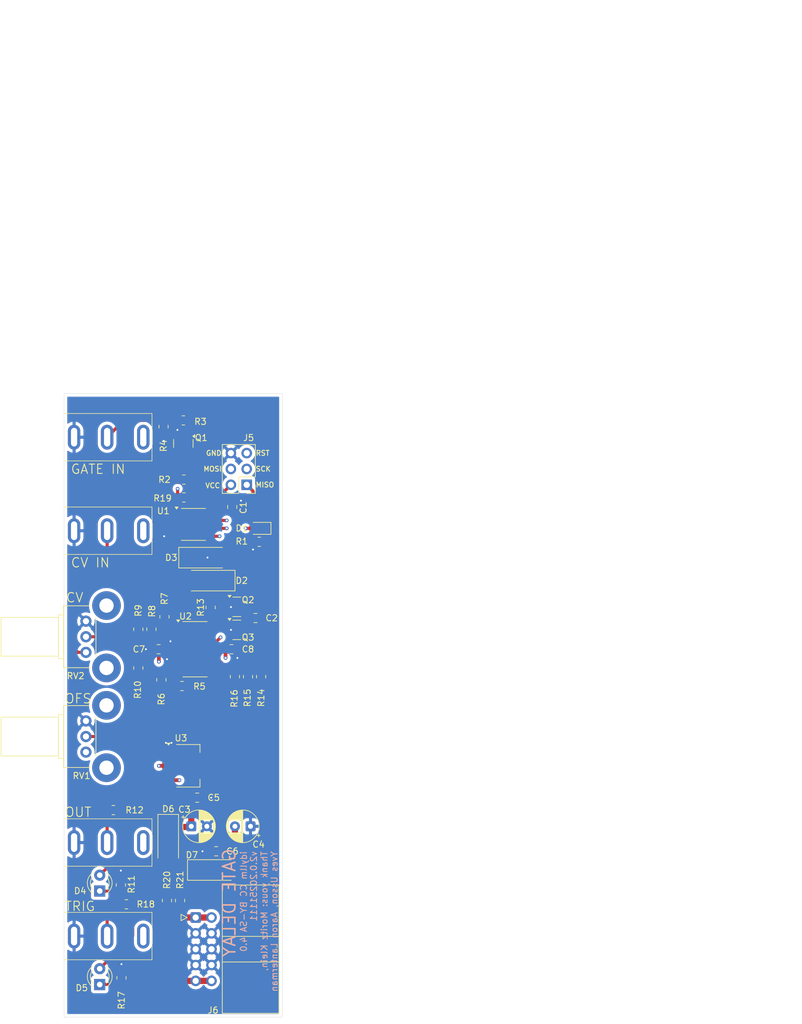
<source format=kicad_pcb>
(kicad_pcb (version 20241229) (generator "pcbnew") (generator_version "9.0")
  (title_block (title "Gate Delay") (date "2025-11-11") (rev "2.0") (company "idyllm") (comment 1 "CC BY-SA 4.0"))
  (layers (0 "F.Cu" signal) (4 "In1.Cu" signal) (6 "In2.Cu" signal) (2 "B.Cu" signal) (13 "F.Paste" user) (15 "B.Paste" user) (5 "F.SilkS" user "F.Silkscreen") (7 "B.SilkS" user "B.Silkscreen") (1 "F.Mask" user) (3 "B.Mask" user) (25 "Edge.Cuts" user))
  (net 0 "")
  (net 1 "GND")
  (net 2 "+5V")
  (net 3 "+12V")
  (net 4 "-12V")
  (net 5 "/ADC1_SCK_A")
  (net 6 "Net-(Q2-C)")
  (net 7 "Net-(D6-A)")
  (net 8 "Net-(Q3-B)")
  (net 9 "Net-(J1-PadT)")
  (net 11 "Net-(J2-PadT)")
  (net 12 "Net-(J3-PadT)")
  (net 14 "/GATE1_OUT_MOSI_A")
  (net 15 "/PROG_RST_A")
  (net 16 "/LED_OUT_MISO_A")
  (net 18 "Net-(Q3-C)")
  (net 19 "Net-(R9-Pad2)")
  (net 20 "Net-(D1-K)")
  (net 21 "Net-(D4-K)")
  (net 22 "/NGATE1_5V_A")
  (net 23 "Net-(Q1-B)")
  (net 24 "Net-(Q2-B)")
  (net 25 "Net-(D4-A)")
  (net 26 "Net-(D5-A)")
  (net 27 "Net-(D5-K)")
  (net 28 "Net-(D7-K)")
  (net 29 "Net-(J4-PadT)")
  (net 30 "unconnected-(J4-PadTN)")
  (net 31 "Net-(J6-Pin_1)")
  (net 32 "Net-(J6-Pin_10)")
  (net 33 "Net-(R5-Pad2)")
  (net 34 "Net-(U2B--)")
  (net 35 "Net-(R7-Pad2)")
  (net 36 "Net-(U2A--)")
  (net 37 "Net-(R10-Pad2)")
  (footprint "LED_THT:LED_D3.0mm" (layer "F.Cu") (at 105.7125 129.77 90)
    (property "Reference" "D4" (at 0.015 -3.138 180) (layer "F.SilkS"))
    (property "Value" "LED")
    (pad "1" thru_hole rect (at 0 0 90) (size 1.8 1.8) (drill 0.9) (layers "*.Cu" "*.Mask") (net 21 "Net-(D4-K)"))
    (pad "2" thru_hole circle (at 2.54 0 90) (size 1.8 1.8) (drill 0.9) (layers "*.Cu" "*.Mask") (net 25 "Net-(D4-A)"))
  )
  (footprint "Package_TO_SOT_SMD:SOT-23" (layer "F.Cu") (at 127.7 87.9)
    (property "Reference" "Q3" (at 1.8 1.2 0) (layer "F.SilkS"))
    (property "Value" "BC847")
    (pad "1" smd roundrect (at -0.9375 -0.95) (size 1.475 0.6) (layers "F.Cu" "F.Mask" "F.Paste") (net 8 "Net-(Q3-B)"))
    (pad "2" smd roundrect (at -0.9375 0.95) (size 1.475 0.6) (layers "F.Cu" "F.Mask" "F.Paste") (net 1 "GND"))
    (pad "3" smd roundrect (at 0.9375 0) (size 1.475 0.6) (layers "F.Cu" "F.Mask" "F.Paste") (net 18 "Net-(Q3-C)"))
  )
  (footprint "Resistor_SMD:R_0805_2012Metric_Pad1.20x1.40mm_HandSolder" (layer "F.Cu") (at 115.951 55.308 -90)
    (property "Reference" "R4" (at 3.064 0 90) (layer "F.SilkS"))
    (property "Value" "100k")
    (pad "1" smd roundrect (at -1 0 270) (size 1.2 1.4) (layers "F.Cu" "F.Mask" "F.Paste") (roundrect_rratio 0.208333) (net 9 "Net-(J1-PadT)"))
    (pad "2" smd roundrect (at 1 0 270) (size 1.2 1.4) (layers "F.Cu" "F.Mask" "F.Paste") (roundrect_rratio 0.208333) (net 1 "GND"))
  )
  (footprint "Resistor_SMD:R_0805_2012Metric_Pad1.20x1.40mm_HandSolder" (layer "F.Cu") (at 107.9 116.8)
    (property "Reference" "R12" (at 3.4 0 0) (layer "F.SilkS"))
    (property "Value" "1k")
    (pad "1" smd roundrect (at -1 0) (size 1.2 1.4) (layers "F.Cu" "F.Mask" "F.Paste") (roundrect_rratio 0.208333) (net 12 "Net-(J3-PadT)"))
    (pad "2" smd roundrect (at 1 0) (size 1.2 1.4) (layers "F.Cu" "F.Mask" "F.Paste") (roundrect_rratio 0.208333) (net 25 "Net-(D4-A)"))
  )
  (footprint "AudioJacks:Jack_3.5mm_QingPu_WQP-PJ323M_Horizontal" (layer "F.Cu") (at 101.6 57 -90)
    (property "Reference" "J1" (hide yes))
    (property "Value" "MonoJack")
    (pad "S" thru_hole oval (at 0 0 270) (size 4 2) (drill oval 3 1) (layers "*.Cu" "*.Mask") (net 1 "GND"))
    (pad "T" thru_hole oval (at 0 -5.3 270) (size 4 2) (drill oval 3 1) (layers "*.Cu" "*.Mask") (net 9 "Net-(J1-PadT)"))
    (pad "TN" thru_hole oval (at 0 -11.1 270) (size 4 2) (drill oval 3 1) (layers "*.Cu" "*.Mask"))
  )
  (footprint "Capacitor_SMD:C_0805_2012Metric" (layer "F.Cu") (at 126.969 68.188 90)
    (property "Reference" "C1" (at -0.127 1.778 90) (layer "F.SilkS"))
    (property "Value" "100n")
    (pad "1" smd roundrect (at -0.95 0 90) (size 1 1.45) (layers "F.Cu" "F.Mask" "F.Paste") (net 2 "+5V"))
    (pad "2" smd roundrect (at 0.95 0 90) (size 1 1.45) (layers "F.Cu" "F.Mask" "F.Paste") (net 1 "GND"))
  )
  (footprint "Diode_SMD:D_SMA_Handsoldering" (layer "F.Cu") (at 122.905 76.316)
    (property "Reference" "D3" (at -5.715 0 0) (layer "F.SilkS"))
    (property "Value" "B140Q-13-F")
    (pad "1" smd roundrect (at -2.5 0) (size 3.5 1.8) (layers "F.Cu" "F.Mask" "F.Paste") (roundrect_rratio 0.1388888889) (net 5 "/ADC1_SCK_A"))
    (pad "2" smd roundrect (at 2.5 0) (size 3.5 1.8) (layers "F.Cu" "F.Mask" "F.Paste") (roundrect_rratio 0.1388888889) (net 1 "GND"))
  )
  (footprint "Capacitor_SMD:C_0805_2012Metric" (layer "F.Cu") (at 124.4 123.4)
    (property "Reference" "C6" (at 2.6 0 0) (layer "F.SilkS"))
    (property "Value" "100n")
    (pad "1" smd roundrect (at -0.95 0) (size 1 1.45) (layers "F.Cu" "F.Mask" "F.Paste") (net 1 "GND"))
    (pad "2" smd roundrect (at 0.95 0) (size 1 1.45) (layers "F.Cu" "F.Mask" "F.Paste") (net 4 "-12V"))
  )
  (footprint "Connector_IDC:IDC-Header_2x05_P2.54mm_Horizontal" (layer "F.Cu") (at 121.1025 134.02)
    (property "Reference" "J6" (at 2.7975 14.88 0) (layer "F.SilkS"))
    (property "Value" "Conn_02x05_Odd_Even")
    (pad "1" thru_hole roundrect (at 0 0) (size 1.7 1.7) (drill 1) (layers "*.Cu" "*.Mask") (roundrect_rratio 0.147059) (net 31 "Net-(J6-Pin_1)"))
    (pad "2" thru_hole circle (at 2.54 0) (size 1.7 1.7) (drill 1) (layers "*.Cu" "*.Mask") (net 31 "Net-(J6-Pin_1)"))
    (pad "3" thru_hole circle (at 0 2.54) (size 1.7 1.7) (drill 1) (layers "*.Cu" "*.Mask") (net 1 "GND"))
    (pad "4" thru_hole circle (at 2.54 2.54) (size 1.7 1.7) (drill 1) (layers "*.Cu" "*.Mask") (net 1 "GND"))
    (pad "5" thru_hole circle (at 0 5.08) (size 1.7 1.7) (drill 1) (layers "*.Cu" "*.Mask") (net 1 "GND"))
    (pad "6" thru_hole circle (at 2.54 5.08) (size 1.7 1.7) (drill 1) (layers "*.Cu" "*.Mask") (net 1 "GND"))
    (pad "7" thru_hole circle (at 0 7.62) (size 1.7 1.7) (drill 1) (layers "*.Cu" "*.Mask") (net 1 "GND"))
    (pad "8" thru_hole circle (at 2.54 7.62) (size 1.7 1.7) (drill 1) (layers "*.Cu" "*.Mask") (net 1 "GND"))
    (pad "9" thru_hole circle (at 0 10.16) (size 1.7 1.7) (drill 1) (layers "*.Cu" "*.Mask") (net 32 "Net-(J6-Pin_10)"))
    (pad "10" thru_hole circle (at 2.54 10.16) (size 1.7 1.7) (drill 1) (layers "*.Cu" "*.Mask") (net 32 "Net-(J6-Pin_10)"))
  )
  (footprint "Capacitor_SMD:C_0805_2012Metric" (layer "F.Cu") (at 126.842 91 180)
    (property "Reference" "C8" (at -2.658 0 0) (layer "F.SilkS"))
    (property "Value" "100n")
    (pad "1" smd roundrect (at -0.95 0 180) (size 1 1.45) (layers "F.Cu" "F.Mask" "F.Paste") (net 1 "GND"))
    (pad "2" smd roundrect (at 0.95 0 180) (size 1 1.45) (layers "F.Cu" "F.Mask" "F.Paste") (net 4 "-12V"))
  )
  (footprint "Connector_PinHeader_2.54mm:PinHeader_2x03_P2.54mm_Vertical" (layer "F.Cu") (at 129.292 64.632 180)
    (property "Reference" "J5" (at -0.308 7.532 0) (layer "F.SilkS"))
    (property "Value" "Conn_02x03_Odd_Even")
    (pad "1" thru_hole rect (at 0 0 180) (size 1.7 1.7) (drill 1) (layers "*.Cu" "*.Mask") (net 16 "/LED_OUT_MISO_A"))
    (pad "2" thru_hole circle (at 2.54 0 180) (size 1.7 1.7) (drill 1) (layers "*.Cu" "*.Mask") (net 2 "+5V"))
    (pad "3" thru_hole circle (at 0 2.54 180) (size 1.7 1.7) (drill 1) (layers "*.Cu" "*.Mask") (net 5 "/ADC1_SCK_A"))
    (pad "4" thru_hole circle (at 2.54 2.54 180) (size 1.7 1.7) (drill 1) (layers "*.Cu" "*.Mask") (net 14 "/GATE1_OUT_MOSI_A"))
    (pad "5" thru_hole circle (at 0 5.08 180) (size 1.7 1.7) (drill 1) (layers "*.Cu" "*.Mask") (net 15 "/PROG_RST_A"))
    (pad "6" thru_hole circle (at 2.54 5.08 180) (size 1.7 1.7) (drill 1) (layers "*.Cu" "*.Mask") (net 1 "GND"))
  )
  (footprint "AudioJacks:Jack_3.5mm_QingPu_WQP-PJ323M_Horizontal" (layer "F.Cu") (at 101.6 72 -90)
    (property "Reference" "J2" (hide yes))
    (property "Value" "MonoJack")
    (pad "S" thru_hole oval (at 0 0 270) (size 4 2) (drill oval 3 1) (layers "*.Cu" "*.Mask") (net 1 "GND"))
    (pad "T" thru_hole oval (at 0 -5.3 270) (size 4 2) (drill oval 3 1) (layers "*.Cu" "*.Mask") (net 11 "Net-(J2-PadT)"))
    (pad "TN" thru_hole oval (at 0 -11.1 270) (size 4 2) (drill oval 3 1) (layers "*.Cu" "*.Mask"))
  )
  (footprint "Resistor_SMD:R_0805_2012Metric_Pad1.20x1.40mm_HandSolder" (layer "F.Cu") (at 109.1 128.8 90)
    (property "Reference" "R11" (at 0.1 1.7 90) (layer "F.SilkS"))
    (property "Value" "4k7")
    (pad "1" smd roundrect (at -1 0 90) (size 1.2 1.4) (layers "F.Cu" "F.Mask" "F.Paste") (roundrect_rratio 0.208333) (net 21 "Net-(D4-K)"))
    (pad "2" smd roundrect (at 1 0 90) (size 1.2 1.4) (layers "F.Cu" "F.Mask" "F.Paste") (roundrect_rratio 0.208333) (net 1 "GND"))
  )
  (footprint "LED_THT:LED_D3.0mm" (layer "F.Cu") (at 105.7125 144.77 90)
    (property "Reference" "D5" (at -0.547 -2.884 180) (layer "F.SilkS"))
    (property "Value" "LED")
    (pad "1" thru_hole rect (at 0 0 90) (size 1.8 1.8) (drill 0.9) (layers "*.Cu" "*.Mask") (net 27 "Net-(D5-K)"))
    (pad "2" thru_hole circle (at 2.54 0 90) (size 1.8 1.8) (drill 0.9) (layers "*.Cu" "*.Mask") (net 26 "Net-(D5-A)"))
  )
  (footprint "Capacitor_SMD:C_0805_2012Metric" (layer "F.Cu") (at 115.158 91 180)
    (property "Reference" "C7" (at 3.158 0 0) (layer "F.SilkS"))
    (property "Value" "100n")
    (pad "1" smd roundrect (at -0.95 0 180) (size 1 1.45) (layers "F.Cu" "F.Mask" "F.Paste") (net 3 "+12V"))
    (pad "2" smd roundrect (at 0.95 0 180) (size 1 1.45) (layers "F.Cu" "F.Mask" "F.Paste") (net 1 "GND"))
  )
  (footprint "Resistor_SMD:R_0805_2012Metric_Pad1.20x1.40mm_HandSolder" (layer "F.Cu") (at 129.5 95.4 90)
    (property "Reference" "R15" (at -3.4 -0.1 90) (layer "F.SilkS"))
    (property "Value" "150k")
    (pad "1" smd roundrect (at -1 0 90) (size 1.2 1.4) (layers "F.Cu" "F.Mask" "F.Paste") (roundrect_rratio 0.208333) (net 2 "+5V"))
    (pad "2" smd roundrect (at 1 0 90) (size 1.2 1.4) (layers "F.Cu" "F.Mask" "F.Paste") (roundrect_rratio 0.208333) (net 8 "Net-(Q3-B)"))
  )
  (footprint "LED_SMD:LED_0805_2012Metric_Pad1.15x1.40mm_HandSolder" (layer "F.Cu") (at 131.319 71.617 180)
    (property "Reference" "D1" (at 2.819 0.017 0) (layer "F.SilkS"))
    (property "Value" "LED")
    (pad "1" smd roundrect (at -1.025 0 180) (size 1.15 1.4) (layers "F.Cu" "F.Mask" "F.Paste") (roundrect_rratio 0.217391) (net 20 "Net-(D1-K)"))
    (pad "2" smd roundrect (at 1.025 0 180) (size 1.15 1.4) (layers "F.Cu" "F.Mask" "F.Paste") (roundrect_rratio 0.217391) (net 16 "/LED_OUT_MISO_A"))
  )
  (footprint "Resistor_SMD:R_0805_2012Metric_Pad1.20x1.40mm_HandSolder" (layer "F.Cu") (at 114 87.8 -90)
    (property "Reference" "R8" (at -2.9 -0.1 90) (layer "F.SilkS"))
    (property "Value" "100k")
    (pad "1" smd roundrect (at -1 0 270) (size 1.2 1.4) (layers "F.Cu" "F.Mask" "F.Paste") (roundrect_rratio 0.208333) (net 35 "Net-(R7-Pad2)"))
    (pad "2" smd roundrect (at 1 0 270) (size 1.2 1.4) (layers "F.Cu" "F.Mask" "F.Paste") (roundrect_rratio 0.208333) (net 36 "Net-(U2A--)"))
  )
  (footprint "Resistor_SMD:R_0805_2012Metric_Pad1.20x1.40mm_HandSolder" (layer "F.Cu") (at 119.126 54.308)
    (property "Reference" "R3" (at 2.748 0.192 0) (layer "F.SilkS"))
    (property "Value" "100k")
    (pad "1" smd roundrect (at -1 0) (size 1.2 1.4) (layers "F.Cu" "F.Mask" "F.Paste") (roundrect_rratio 0.208333) (net 9 "Net-(J1-PadT)"))
    (pad "2" smd roundrect (at 1 0) (size 1.2 1.4) (layers "F.Cu" "F.Mask" "F.Paste") (roundrect_rratio 0.208333) (net 23 "Net-(Q1-B)"))
  )
  (footprint "Resistor_SMD:R_0805_2012Metric_Pad1.20x1.40mm_HandSolder" (layer "F.Cu") (at 131.6 95.4 90)
    (property "Reference" "R14" (at -3.4 0 90) (layer "F.SilkS"))
    (property "Value" "10k")
    (pad "1" smd roundrect (at -1 0 90) (size 1.2 1.4) (layers "F.Cu" "F.Mask" "F.Paste") (roundrect_rratio 0.208333) (net 2 "+5V"))
    (pad "2" smd roundrect (at 1 0 90) (size 1.2 1.4) (layers "F.Cu" "F.Mask" "F.Paste") (roundrect_rratio 0.208333) (net 6 "Net-(Q2-C)"))
  )
  (footprint "Capacitor_SMD:C_0805_2012Metric" (layer "F.Cu") (at 130.7 86 180)
    (property "Reference" "C2" (at -2.6 0 0) (layer "F.SilkS"))
    (property "Value" "10n")
    (pad "1" smd roundrect (at -0.95 0 180) (size 1 1.45) (layers "F.Cu" "F.Mask" "F.Paste") (net 6 "Net-(Q2-C)"))
    (pad "2" smd roundrect (at 0.95 0 180) (size 1 1.45) (layers "F.Cu" "F.Mask" "F.Paste") (net 8 "Net-(Q3-B)"))
  )
  (footprint "Resistor_SMD:R_0805_2012Metric_Pad1.20x1.40mm_HandSolder" (layer "F.Cu") (at 131.303 73.776 180)
    (property "Reference" "R1" (at 2.803 0.076 0) (layer "F.SilkS"))
    (property "Value" "4k7")
    (pad "1" smd roundrect (at -1 0 180) (size 1.2 1.4) (layers "F.Cu" "F.Mask" "F.Paste") (roundrect_rratio 0.208333) (net 20 "Net-(D1-K)"))
    (pad "2" smd roundrect (at 1 0 180) (size 1.2 1.4) (layers "F.Cu" "F.Mask" "F.Paste") (roundrect_rratio 0.208333) (net 1 "GND"))
  )
  (footprint "Capacitor_THT:CP_Radial_D5.0mm_P2.50mm" (layer "F.Cu") (at 129.9 119.4 180)
    (property "Reference" "C4" (at -1.3 -2.9 0) (layer "F.SilkS"))
    (property "Value" "10u")
    (pad "1" thru_hole roundrect (at 0 0 180) (size 1.6 1.6) (drill 0.8) (layers "*.Cu" "*.Mask") (roundrect_rratio 0.15625) (net 1 "GND"))
    (pad "2" thru_hole circle (at 2.5 0 180) (size 1.6 1.6) (drill 0.8) (layers "*.Cu" "*.Mask") (net 4 "-12V"))
  )
  (footprint "Resistor_SMD:R_0805_2012Metric_Pad1.20x1.40mm_HandSolder" (layer "F.Cu") (at 123.5 84.3 -90)
    (property "Reference" "R13" (at 0 1.6 90) (layer "F.SilkS"))
    (property "Value" "10k")
    (pad "1" smd roundrect (at -1 0 270) (size 1.2 1.4) (layers "F.Cu" "F.Mask" "F.Paste") (roundrect_rratio 0.208333) (net 24 "Net-(Q2-B)"))
    (pad "2" smd roundrect (at 1 0 270) (size 1.2 1.4) (layers "F.Cu" "F.Mask" "F.Paste") (roundrect_rratio 0.208333) (net 25 "Net-(D4-A)"))
  )
  (footprint "Package_TO_SOT_SMD:SOT-23" (layer "F.Cu") (at 127.7 84.2)
    (property "Reference" "Q2" (at 1.8 -1.1 0) (layer "F.SilkS"))
    (property "Value" "BC847")
    (pad "1" smd roundrect (at -0.9375 -0.95) (size 1.475 0.6) (layers "F.Cu" "F.Mask" "F.Paste") (net 24 "Net-(Q2-B)"))
    (pad "2" smd roundrect (at -0.9375 0.95) (size 1.475 0.6) (layers "F.Cu" "F.Mask" "F.Paste") (net 1 "GND"))
    (pad "3" smd roundrect (at 0.9375 0) (size 1.475 0.6) (layers "F.Cu" "F.Mask" "F.Paste") (net 6 "Net-(Q2-C)"))
  )
  (footprint "Package_TO_SOT_SMD:SOT-23" (layer "F.Cu") (at 119.126 58 -90)
    (property "Reference" "Q1" (at -0.9 -2.874 0) (layer "F.SilkS"))
    (property "Value" "BC847")
    (pad "1" smd roundrect (at -0.9375 -0.95 270) (size 1.475 0.6) (layers "F.Cu" "F.Mask" "F.Paste") (net 23 "Net-(Q1-B)"))
    (pad "2" smd roundrect (at -0.9375 0.95 270) (size 1.475 0.6) (layers "F.Cu" "F.Mask" "F.Paste") (net 1 "GND"))
    (pad "3" smd roundrect (at 0.9375 0 270) (size 1.475 0.6) (layers "F.Cu" "F.Mask" "F.Paste") (net 22 "/NGATE1_5V_A"))
  )
  (footprint "Diode_SMD:D_SMA_Handsoldering" (layer "F.Cu") (at 122.905 79.999 180)
    (property "Reference" "D2" (at -5.588 0 0) (layer "F.SilkS"))
    (property "Value" "B140Q-13-F")
    (pad "1" smd roundrect (at -2.5 0 180) (size 3.5 1.8) (layers "F.Cu" "F.Mask" "F.Paste") (roundrect_rratio 0.1388888889) (net 2 "+5V"))
    (pad "2" smd roundrect (at 2.5 0 180) (size 3.5 1.8) (layers "F.Cu" "F.Mask" "F.Paste") (roundrect_rratio 0.1388888889) (net 5 "/ADC1_SCK_A"))
  )
  (footprint "Resistor_SMD:R_0805_2012Metric_Pad1.20x1.40mm_HandSolder" (layer "F.Cu") (at 119.222 66.664 180)
    (property "Reference" "R19" (at 3.429 -0.127 0) (layer "F.SilkS"))
    (property "Value" "10k")
    (pad "1" smd roundrect (at -1 0 180) (size 1.2 1.4) (layers "F.Cu" "F.Mask" "F.Paste") (roundrect_rratio 0.208333) (net 2 "+5V"))
    (pad "2" smd roundrect (at 1 0 180) (size 1.2 1.4) (layers "F.Cu" "F.Mask" "F.Paste") (roundrect_rratio 0.208333) (net 15 "/PROG_RST_A"))
  )
  (footprint "Capacitor_THT:CP_Radial_D5.0mm_P2.50mm" (layer "F.Cu") (at 120.4 119.4)
    (property "Reference" "C3" (at -1.1 -2.7 0) (layer "F.SilkS"))
    (property "Value" "10u")
    (pad "1" thru_hole roundrect (at 0 0) (size 1.6 1.6) (drill 0.8) (layers "*.Cu" "*.Mask") (roundrect_rratio 0.15625) (net 3 "+12V"))
    (pad "2" thru_hole circle (at 2.5 0) (size 1.6 1.6) (drill 0.8) (layers "*.Cu" "*.Mask") (net 1 "GND"))
  )
  (footprint "Potentiometer_THT:Potentiometer_Bourns_PTV09A-2_Single_Horizontal" (layer "F.Cu") (at 103.5 102.5 180)
    (property "Reference" "RV1" (at 0.7 -8.8 0) (layer "F.SilkS"))
    (property "Value" "100k")
    (pad "1" thru_hole circle (at 0 0 180) (size 1.8 1.8) (drill 1) (layers "*.Cu" "*.Mask") (net 1 "GND"))
    (pad "2" thru_hole circle (at 0 -2.5 180) (size 1.8 1.8) (drill 1) (layers "*.Cu" "*.Mask") (net 37 "Net-(R10-Pad2)"))
    (pad "3" thru_hole circle (at 0 -5 180) (size 1.8 1.8) (drill 1) (layers "*.Cu" "*.Mask") (net 2 "+5V"))
    (pad "MP" thru_hole circle (at -3.3 -7.5 180) (size 4.6 4.6) (drill 2.3) (layers "*.Cu" "*.Mask"))
    (pad "MP" thru_hole circle (at -3.3 2.5 180) (size 4.6 4.6) (drill 2.3) (layers "*.Cu" "*.Mask"))
  )
  (footprint "Resistor_SMD:R_0805_2012Metric_Pad1.20x1.40mm_HandSolder" (layer "F.Cu") (at 116.1 85.8 -90)
    (property "Reference" "R7" (at -2.9 0 90) (layer "F.SilkS"))
    (property "Value" "100k")
    (pad "1" smd roundrect (at -1 0 270) (size 1.2 1.4) (layers "F.Cu" "F.Mask" "F.Paste") (roundrect_rratio 0.208333) (net 34 "Net-(U2B--)"))
    (pad "2" smd roundrect (at 1 0 270) (size 1.2 1.4) (layers "F.Cu" "F.Mask" "F.Paste") (roundrect_rratio 0.208333) (net 35 "Net-(R7-Pad2)"))
  )
  (footprint "Resistor_SMD:R_0805_2012Metric_Pad1.20x1.40mm_HandSolder" (layer "F.Cu") (at 127.4 95.4 90)
    (property "Reference" "R16" (at -3.5 -0.1 90) (layer "F.SilkS"))
    (property "Value" "10k")
    (pad "1" smd roundrect (at -1 0 90) (size 1.2 1.4) (layers "F.Cu" "F.Mask" "F.Paste") (roundrect_rratio 0.208333) (net 2 "+5V"))
    (pad "2" smd roundrect (at 1 0 90) (size 1.2 1.4) (layers "F.Cu" "F.Mask" "F.Paste") (roundrect_rratio 0.208333) (net 18 "Net-(Q3-C)"))
  )
  (footprint "Resistor_SMD:R_0805_2012Metric_Pad1.20x1.40mm_HandSolder" (layer "F.Cu") (at 116.5 131.3 90)
    (property "Reference" "R20" (at 3.3 0 90) (layer "F.SilkS"))
    (property "Value" "10R")
    (pad "1" smd roundrect (at -1 0 90) (size 1.2 1.4) (layers "F.Cu" "F.Mask" "F.Paste") (roundrect_rratio 0.208333) (net 32 "Net-(J6-Pin_10)"))
    (pad "2" smd roundrect (at 1 0 90) (size 1.2 1.4) (layers "F.Cu" "F.Mask" "F.Paste") (roundrect_rratio 0.208333) (net 7 "Net-(D6-A)"))
  )
  (footprint "Resistor_SMD:R_0805_2012Metric_Pad1.20x1.40mm_HandSolder" (layer "F.Cu") (at 110 131.9)
    (property "Reference" "R18" (at 3.1 0 0) (layer "F.SilkS"))
    (property "Value" "1k")
    (pad "1" smd roundrect (at -1 0) (size 1.2 1.4) (layers "F.Cu" "F.Mask" "F.Paste") (roundrect_rratio 0.208333) (net 29 "Net-(J4-PadT)"))
    (pad "2" smd roundrect (at 1 0) (size 1.2 1.4) (layers "F.Cu" "F.Mask" "F.Paste") (roundrect_rratio 0.208333) (net 26 "Net-(D5-A)"))
  )
  (footprint "AudioJacks:Jack_3.5mm_QingPu_WQP-PJ323M_Horizontal" (layer "F.Cu") (at 101.6 137 -90)
    (property "Reference" "J4" (hide yes))
    (property "Value" "MonoJack")
    (pad "S" thru_hole oval (at 0 0 270) (size 4 2) (drill oval 3 1) (layers "*.Cu" "*.Mask") (net 1 "GND"))
    (pad "T" thru_hole oval (at 0 -5.3 270) (size 4 2) (drill oval 3 1) (layers "*.Cu" "*.Mask") (net 29 "Net-(J4-PadT)"))
    (pad "TN" thru_hole oval (at 0 -11.1 270) (size 4 2) (drill oval 3 1) (layers "*.Cu" "*.Mask") (net 30 "unconnected-(J4-PadTN)"))
  )
  (footprint "Package_SO:SOIC-8_3.9x4.9mm_P1.27mm" (layer "F.Cu") (at 120.746 70.982)
    (property "Reference" "U1" (at -4.826 -2.159 0) (layer "F.SilkS"))
    (property "Value" "ATtiny13A-S")
    (pad "1" smd roundrect (at -2.475 -1.905) (size 1.95 0.6) (layers "F.Cu" "F.Mask" "F.Paste") (net 15 "/PROG_RST_A"))
    (pad "2" smd roundrect (at -2.475 -0.635) (size 1.95 0.6) (layers "F.Cu" "F.Mask" "F.Paste") (net 22 "/NGATE1_5V_A"))
    (pad "3" smd roundrect (at -2.475 0.635) (size 1.95 0.6) (layers "F.Cu" "F.Mask" "F.Paste"))
    (pad "4" smd roundrect (at -2.475 1.905) (size 1.95 0.6) (layers "F.Cu" "F.Mask" "F.Paste") (net 1 "GND"))
    (pad "5" smd roundrect (at 2.475 1.905) (size 1.95 0.6) (layers "F.Cu" "F.Mask" "F.Paste") (net 14 "/GATE1_OUT_MOSI_A"))
    (pad "6" smd roundrect (at 2.475 0.635) (size 1.95 0.6) (layers "F.Cu" "F.Mask" "F.Paste") (net 16 "/LED_OUT_MISO_A"))
    (pad "7" smd roundrect (at 2.475 -0.635) (size 1.95 0.6) (layers "F.Cu" "F.Mask" "F.Paste") (net 5 "/ADC1_SCK_A"))
    (pad "8" smd roundrect (at 2.475 -1.905) (size 1.95 0.6) (layers "F.Cu" "F.Mask" "F.Paste") (net 2 "+5V"))
  )
  (footprint "Resistor_SMD:R_0805_2012Metric_Pad1.20x1.40mm_HandSolder" (layer "F.Cu") (at 111.9 87.8 90)
    (property "Reference" "R9" (at 3 0 270) (layer "F.SilkS"))
    (property "Value" "100k")
    (pad "1" smd roundrect (at -1 0 90) (size 1.2 1.4) (layers "F.Cu" "F.Mask" "F.Paste") (roundrect_rratio 0.208333) (net 36 "Net-(U2A--)"))
    (pad "2" smd roundrect (at 1 0 90) (size 1.2 1.4) (layers "F.Cu" "F.Mask" "F.Paste") (roundrect_rratio 0.208333) (net 19 "Net-(R9-Pad2)"))
  )
  (footprint "Capacitor_SMD:C_0805_2012Metric" (layer "F.Cu") (at 121.35 114.8)
    (property "Reference" "C5" (at 2.65 0 0) (layer "F.SilkS"))
    (property "Value" "100n")
    (pad "1" smd roundrect (at -0.95 0) (size 1 1.45) (layers "F.Cu" "F.Mask" "F.Paste") (net 3 "+12V"))
    (pad "2" smd roundrect (at 0.95 0) (size 1 1.45) (layers "F.Cu" "F.Mask" "F.Paste") (net 1 "GND"))
  )
  (footprint "Package_TO_SOT_SMD:SOT-223-3_TabPin2" (layer "F.Cu") (at 119.884 109.695)
    (property "Reference" "U3" (at -1.143 -4.445 0) (layer "F.SilkS"))
    (property "Value" "AMS1117-5.0")
    (pad "1" smd roundrect (at -3.15 -2.3) (size 2 1.5) (layers "F.Cu" "F.Mask" "F.Paste") (net 1 "GND"))
    (pad "2" smd roundrect (at -3.15 0) (size 2 1.5) (layers "F.Cu" "F.Mask" "F.Paste") (net 2 "+5V"))
    (pad "2" smd roundrect (at 3.15 0) (size 2 3.8) (layers "F.Cu" "F.Mask" "F.Paste") (net 2 "+5V"))
    (pad "3" smd roundrect (at -3.15 2.3) (size 2 1.5) (layers "F.Cu" "F.Mask" "F.Paste") (net 3 "+12V"))
  )
  (footprint "Diode_SMD:D_SMA_Handsoldering" (layer "F.Cu") (at 116.7 122 -90)
    (property "Reference" "D6" (at -5.389 -0.011 0) (layer "F.SilkS"))
    (property "Value" "B140Q-13-F")
    (pad "1" smd roundrect (at -2.5 0 270) (size 3.5 1.8) (layers "F.Cu" "F.Mask" "F.Paste") (roundrect_rratio 0.1388888889) (net 3 "+12V"))
    (pad "2" smd roundrect (at 2.5 0 270) (size 3.5 1.8) (layers "F.Cu" "F.Mask" "F.Paste") (roundrect_rratio 0.1388888889) (net 7 "Net-(D6-A)"))
  )
  (footprint "Resistor_SMD:R_0805_2012Metric_Pad1.20x1.40mm_HandSolder" (layer "F.Cu") (at 118.9 96.9 180)
    (property "Reference" "R5" (at -2.815 -0.064 0) (layer "F.SilkS"))
    (property "Value" "1k")
    (pad "1" smd roundrect (at -1 0 180) (size 1.2 1.4) (layers "F.Cu" "F.Mask" "F.Paste") (roundrect_rratio 0.208333) (net 5 "/ADC1_SCK_A"))
    (pad "2" smd roundrect (at 1 0 180) (size 1.2 1.4) (layers "F.Cu" "F.Mask" "F.Paste") (roundrect_rratio 0.208333) (net 33 "Net-(R5-Pad2)"))
  )
  (footprint "Resistor_SMD:R_0805_2012Metric_Pad1.20x1.40mm_HandSolder" (layer "F.Cu") (at 111.9 94 -90)
    (property "Reference" "R10" (at 3.5 0.1 270) (layer "F.SilkS"))
    (property "Value" "100k")
    (pad "1" smd roundrect (at -1 0 270) (size 1.2 1.4) (layers "F.Cu" "F.Mask" "F.Paste") (roundrect_rratio 0.208333) (net 36 "Net-(U2A--)"))
    (pad "2" smd roundrect (at 1 0 270) (size 1.2 1.4) (layers "F.Cu" "F.Mask" "F.Paste") (roundrect_rratio 0.208333) (net 37 "Net-(R10-Pad2)"))
  )
  (footprint "Resistor_SMD:R_0805_2012Metric_Pad1.20x1.40mm_HandSolder" (layer "F.Cu") (at 118.6 131.3 90)
    (property "Reference" "R21" (at 3.3 0 90) (layer "F.SilkS"))
    (property "Value" "10R")
    (pad "1" smd roundrect (at -1 0 90) (size 1.2 1.4) (layers "F.Cu" "F.Mask" "F.Paste") (roundrect_rratio 0.208333) (net 31 "Net-(J6-Pin_1)"))
    (pad "2" smd roundrect (at 1 0 90) (size 1.2 1.4) (layers "F.Cu" "F.Mask" "F.Paste") (roundrect_rratio 0.208333) (net 28 "Net-(D7-K)"))
  )
  (footprint "Package_SO:SOIC-14_3.9x8.7mm_P1.27mm" (layer "F.Cu") (at 121 91)
    (property "Reference" "U2" (at -1.524 -5.28 0) (layer "F.SilkS"))
    (property "Value" "TL074")
    (pad "1" smd roundrect (at -2.475 -3.81) (size 1.95 0.6) (layers "F.Cu" "F.Mask" "F.Paste") (net 35 "Net-(R7-Pad2)"))
    (pad "2" smd roundrect (at -2.475 -2.54) (size 1.95 0.6) (layers "F.Cu" "F.Mask" "F.Paste") (net 36 "Net-(U2A--)"))
    (pad "3" smd roundrect (at -2.475 -1.27) (size 1.95 0.6) (layers "F.Cu" "F.Mask" "F.Paste") (net 1 "GND"))
    (pad "4" smd roundrect (at -2.475 0) (size 1.95 0.6) (layers "F.Cu" "F.Mask" "F.Paste") (net 3 "+12V"))
    (pad "5" smd roundrect (at -2.475 1.27) (size 1.95 0.6) (layers "F.Cu" "F.Mask" "F.Paste") (net 1 "GND"))
    (pad "6" smd roundrect (at -2.475 2.54) (size 1.95 0.6) (layers "F.Cu" "F.Mask" "F.Paste") (net 34 "Net-(U2B--)"))
    (pad "7" smd roundrect (at -2.475 3.81) (size 1.95 0.6) (layers "F.Cu" "F.Mask" "F.Paste") (net 33 "Net-(R5-Pad2)"))
    (pad "8" smd roundrect (at 2.475 3.81) (size 1.95 0.6) (layers "F.Cu" "F.Mask" "F.Paste") (net 26 "Net-(D5-A)"))
    (pad "9" smd roundrect (at 2.475 2.54) (size 1.95 0.6) (layers "F.Cu" "F.Mask" "F.Paste") (net 26 "Net-(D5-A)"))
    (pad "10" smd roundrect (at 2.475 1.27) (size 1.95 0.6) (layers "F.Cu" "F.Mask" "F.Paste") (net 18 "Net-(Q3-C)"))
    (pad "11" smd roundrect (at 2.475 0) (size 1.95 0.6) (layers "F.Cu" "F.Mask" "F.Paste") (net 4 "-12V"))
    (pad "12" smd roundrect (at 2.475 -1.27) (size 1.95 0.6) (layers "F.Cu" "F.Mask" "F.Paste") (net 14 "/GATE1_OUT_MOSI_A"))
    (pad "13" smd roundrect (at 2.475 -2.54) (size 1.95 0.6) (layers "F.Cu" "F.Mask" "F.Paste") (net 25 "Net-(D4-A)"))
    (pad "14" smd roundrect (at 2.475 -3.81) (size 1.95 0.6) (layers "F.Cu" "F.Mask" "F.Paste") (net 25 "Net-(D4-A)"))
  )
  (footprint "Diode_SMD:D_SMA_Handsoldering" (layer "F.Cu") (at 124.3 126.4)
    (property "Reference" "D7" (at -3.8 -2.4 180) (layer "F.SilkS"))
    (property "Value" "B140Q-13-F")
    (pad "1" smd roundrect (at -2.5 0) (size 3.5 1.8) (layers "F.Cu" "F.Mask" "F.Paste") (roundrect_rratio 0.1388888889) (net 28 "Net-(D7-K)"))
    (pad "2" smd roundrect (at 2.5 0) (size 3.5 1.8) (layers "F.Cu" "F.Mask" "F.Paste") (roundrect_rratio 0.1388888889) (net 4 "-12V"))
  )
  (footprint "AudioJacks:Jack_3.5mm_QingPu_WQP-PJ323M_Horizontal" (layer "F.Cu") (at 101.6 122 -90)
    (property "Reference" "J3" (hide yes))
    (property "Value" "MonoJack")
    (pad "S" thru_hole oval (at 0 0 270) (size 4 2) (drill oval 3 1) (layers "*.Cu" "*.Mask") (net 1 "GND"))
    (pad "T" thru_hole oval (at 0 -5.3 270) (size 4 2) (drill oval 3 1) (layers "*.Cu" "*.Mask") (net 12 "Net-(J3-PadT)"))
    (pad "TN" thru_hole oval (at 0 -11.1 270) (size 4 2) (drill oval 3 1) (layers "*.Cu" "*.Mask"))
  )
  (footprint "Resistor_SMD:R_0805_2012Metric_Pad1.20x1.40mm_HandSolder" (layer "F.Cu") (at 119.2 63.8 180)
    (property "Reference" "R2" (at 3.1 0 0) (layer "F.SilkS"))
    (property "Value" "10k")
    (pad "1" smd roundrect (at -1 0 180) (size 1.2 1.4) (layers "F.Cu" "F.Mask" "F.Paste") (roundrect_rratio 0.208333) (net 2 "+5V"))
    (pad "2" smd roundrect (at 1 0 180) (size 1.2 1.4) (layers "F.Cu" "F.Mask" "F.Paste") (roundrect_rratio 0.208333) (net 22 "/NGATE1_5V_A"))
  )
  (footprint "Resistor_SMD:R_0805_2012Metric_Pad1.20x1.40mm_HandSolder" (layer "F.Cu") (at 115.6 95.9 90)
    (property "Reference" "R6" (at -3.1 0 90) (layer "F.SilkS"))
    (property "Value" "100k")
    (pad "1" smd roundrect (at -1 0 90) (size 1.2 1.4) (layers "F.Cu" "F.Mask" "F.Paste") (roundrect_rratio 0.208333) (net 33 "Net-(R5-Pad2)"))
    (pad "2" smd roundrect (at 1 0 90) (size 1.2 1.4) (layers "F.Cu" "F.Mask" "F.Paste") (roundrect_rratio 0.208333) (net 34 "Net-(U2B--)"))
  )
  (footprint "Potentiometer_THT:Potentiometer_Bourns_PTV09A-2_Single_Horizontal" (layer "F.Cu") (at 103.5 86.5 180)
    (property "Reference" "RV2" (at 1.646 -8.782 0) (layer "F.SilkS"))
    (property "Value" "100k")
    (pad "1" thru_hole circle (at 0 0 180) (size 1.8 1.8) (drill 1) (layers "*.Cu" "*.Mask") (net 1 "GND"))
    (pad "2" thru_hole circle (at 0 -2.5 180) (size 1.8 1.8) (drill 1) (layers "*.Cu" "*.Mask") (net 19 "Net-(R9-Pad2)"))
    (pad "3" thru_hole circle (at 0 -5 180) (size 1.8 1.8) (drill 1) (layers "*.Cu" "*.Mask") (net 11 "Net-(J2-PadT)"))
    (pad "MP" thru_hole circle (at -3.3 -7.5 180) (size 4.6 4.6) (drill 2.3) (layers "*.Cu" "*.Mask"))
    (pad "MP" thru_hole circle (at -3.3 2.5 180) (size 4.6 4.6) (drill 2.3) (layers "*.Cu" "*.Mask"))
  )
  (footprint "Resistor_SMD:R_0805_2012Metric_Pad1.20x1.40mm_HandSolder" (layer "F.Cu") (at 109.2 143.7 90)
    (property "Reference" "R17" (at -3.6 0 90) (layer "F.SilkS"))
    (property "Value" "4k7")
    (pad "1" smd roundrect (at -1 0 90) (size 1.2 1.4) (layers "F.Cu" "F.Mask" "F.Paste") (roundrect_rratio 0.208333) (net 27 "Net-(D5-K)"))
    (pad "2" smd roundrect (at 1 0 90) (size 1.2 1.4) (layers "F.Cu" "F.Mask" "F.Paste") (roundrect_rratio 0.208333) (net 1 "GND"))
  )
  (gr_rect (start 100 50) (end 135 150) (stroke (width 0.05)) (fill no) (layer "Edge.Cuts"))
  (gr_text "SCK" (at 130.657 62.092 0) (layer "F.SilkS") (effects (font (size 0.8 0.8)) (justify left)))
  (gr_text "RST" (at 130.672 59.552 0) (layer "F.SilkS") (effects (font (size 0.8 0.8)) (justify left)))
  (gr_text "OUT" (at 100 118 0) (layer "F.SilkS") (effects (font (size 1.5 1.5)) (justify left bottom)))
  (gr_text "OFS" (at 100 99.8 0) (layer "F.SilkS") (effects (font (size 1.5 1.5)) (justify left bottom)))
  (gr_text "CV" (at 100.2 83.6 0) (layer "F.SilkS") (effects (font (size 1.5 1.5)) (justify left bottom)))
  (gr_text "GND" (at 125.323 59.552 0) (layer "F.SilkS") (effects (font (size 0.8 0.8)) (justify right)))
  (gr_text "MOSI" (at 125.372 62.092 0) (layer "F.SilkS") (effects (font (size 0.8 0.8)) (justify right)))
  (gr_text "MISO" (at 130.672 64.632 0) (layer "F.SilkS") (effects (font (size 0.8 0.8)) (justify left)))
  (gr_text "CV IN" (at 101 78 0) (layer "F.SilkS") (effects (font (size 1.5 1.5)) (justify left bottom)))
  (gr_text "TRIG" (at 100 133.1 0) (layer "F.SilkS") (effects (font (size 1.5 1.5)) (justify left bottom)))
  (gr_text "GATE IN" (at 101 63 0) (layer "F.SilkS") (effects (font (size 1.5 1.5)) (justify left bottom)))
  (gr_text "VCC" (at 125.069 64.759 0) (layer "F.SilkS") (effects (font (size 0.8 0.8)) (justify right)))
  (gr_text "Thank yous: Moritz Klein, \nYves Usson, Aaron Lanterman" (at 134.302 123.3 90) (layer "B.SilkS") (effects (font (size 1 1)) (justify left bottom mirror)))
  (gr_text "GATE DELAY" (at 127.652 122.792 90) (layer "B.SilkS") (effects (font (size 2 2) (thickness 0.25)) (justify left bottom mirror)))
  (gr_text "idyllm CC BY-SA 4.0\nv2.0.20251111" (at 131 123.3 90) (layer "B.SilkS") (effects (font (size 1 1)) (justify left bottom mirror)))
  (segment (start 122.2 123.4) (end 123.45 123.4) (width 0.6) (layer "F.Cu") (net 1))
  (segment (start 116.339 107.79) (end 116.734 107.395) (width 0.5) (layer "F.Cu") (net 1))
  (segment (start 117.217 106.012) (end 116.367 106.862) (width 0.75) (layer "F.Cu") (net 1))
  (segment (start 116.339 106.023) (end 116.339 107.79) (width 0.75) (layer "F.Cu") (net 1))
  (segment (start 125.389 76.3) (end 125.405 76.316) (width 0.6) (layer "F.Cu") (net 1))
  (segment (start 109.1 126.5) (end 109.1 127.8) (width 0.6) (layer "F.Cu") (net 1))
  (segment (start 127.792 92.392) (end 127.8 92.4) (width 0.6) (layer "F.Cu") (net 1))
  (segment (start 113.117787 91) (end 114.208 91) (width 0.5) (layer "F.Cu") (net 1))
  (segment (start 116.328 106.012) (end 116.339 106.023) (width 0.75) (layer "F.Cu") (net 1))
  (segment (start 123 76.3) (end 125.389 76.3) (width 0.6) (layer "F.Cu") (net 1))
  (segment (start 109.2 141.5) (end 109.2 142.7) (width 0.6) (layer "F.Cu") (net 1))
  (segment (start 116.047 72.887) (end 117.4125 72.887) (width 0.6) (layer "F.Cu") (net 1))
  (segment (start 127.792 91) (end 127.792 92.392) (width 0.6) (layer "F.Cu") (net 1))
  (segment (start 117.368 92.6) (end 117.698 92.27) (width 0.5) (layer "F.Cu") (net 1))
  (segment (start 128.3 67.238) (end 126.969 67.238) (width 0.5) (layer "F.Cu") (net 1))
  (segment (start 117.063 89.73) (end 118.525 89.73) (width 0.5) (layer "F.Cu") (net 1))
  (segment (start 118.176 55.832) (end 118.176 57.0625) (width 0.5) (layer "F.Cu") (net 1))
  (segment (start 128.366 67.172) (end 128.3 67.238) (width 0.5) (layer "F.Cu") (net 1))
  (segment (start 126.7625 88.85) (end 126.7625 87.9) (width 0.6) (layer "F.Cu") (net 1))
  (segment (start 117.217 106.012) (end 117.217 106.912) (width 0.75) (layer "F.Cu") (net 1))
  (segment (start 126.7625 85.15) (end 126.7625 84.2375) (width 0.6) (layer "F.Cu") (net 1))
  (segment (start 116.328 106.012) (end 117.217 106.012) (width 0.75) (layer "F.Cu") (net 1))
  (segment (start 115.951 57.61) (end 115.951 56.308) (width 0.6) (layer "F.Cu") (net 1))
  (segment (start 116.367 106.862) (end 116.367 107.028) (width 0.75) (layer "F.Cu") (net 1))
  (segment (start 123.6 114.8) (end 122.3 114.8) (width 0.6) (layer "F.Cu") (net 1))
  (segment (start 117.217 106.912) (end 116.734 107.395) (width 0.5) (layer "F.Cu") (net 1))
  (segment (start 130.303 75.014) (end 130.303 73.776) (width 0.6) (layer "F.Cu") (net 1))
  (segment (start 116.367 107.028) (end 116.734 107.395) (width 0.5) (layer "F.Cu") (net 1))
  (segment (start 117.698 92.27) (end 118.525 92.27) (width 0.5) (layer "F.Cu") (net 1))
  (segment (start 116.5 92.6) (end 117.368 92.6) (width 0.5) (layer "F.Cu") (net 1))
  (via (at 127.8 92.4) (size 0.6) (drill 0.3) (layers "F.Cu" "B.Cu") (net 1))
  (via (at 126.7625 87.9) (size 0.6) (drill 0.3) (layers "F.Cu" "B.Cu") (net 1))
  (via (at 123.6 114.8) (size 0.6) (drill 0.3) (layers "F.Cu" "B.Cu") (net 1))
  (via (at 117.063 89.73) (size 0.6) (drill 0.3) (layers "F.Cu" "B.Cu") (net 1))
  (via (at 116.047 72.887) (size 0.6) (drill 0.3) (layers "F.Cu" "B.Cu") (net 1))
  (via (at 109.2 141.5) (size 0.6) (drill 0.3) (layers "F.Cu" "B.Cu") (net 1))
  (via (at 116.328 106.012) (size 0.6) (drill 0.3) (layers "F.Cu" "B.Cu") (net 1))
  (via (at 116.5 92.6) (size 0.6) (drill 0.3) (layers "F.Cu" "B.Cu") (net 1))
  (via (at 109.1 126.5) (size 0.6) (drill 0.3) (layers "F.Cu" "B.Cu") (net 1))
  (via (at 118.176 55.832) (size 0.6) (drill 0.3) (layers "F.Cu" "B.Cu") (net 1))
  (via (at 122.2 123.4) (size 0.6) (drill 0.3) (layers "F.Cu" "B.Cu") (net 1))
  (via (at 123 76.3) (size 0.6) (drill 0.3) (layers "F.Cu" "B.Cu") (net 1))
  (via (at 117.217 106.012) (size 0.6) (drill 0.3) (layers "F.Cu" "B.Cu") (net 1))
  (via (at 113.117787 91) (size 0.6) (drill 0.3) (layers "F.Cu" "B.Cu") (net 1))
  (via (at 128.366 67.172) (size 0.6) (drill 0.3) (layers "F.Cu" "B.Cu") (net 1))
  (via (at 130.303 75.014) (size 0.6) (drill 0.3) (layers "F.Cu" "B.Cu") (net 1))
  (via (at 115.951 57.61) (size 0.6) (drill 0.3) (layers "F.Cu" "B.Cu") (net 1))
  (via (at 126.7625 84.2375) (size 0.6) (drill 0.3) (layers "F.Cu" "B.Cu") (net 1))
  (segment (start 115.2 109.7) (end 116.729 109.7) (width 0.6) (layer "F.Cu") (net 2))
  (segment (start 126.752 64.632) (end 123.221 68.163) (width 0.5) (layer "F.Cu") (net 2))
  (segment (start 130.899 79.999) (end 133.6 82.7) (width 0.8) (layer "F.Cu") (net 2))
  (segment (start 133.6 82.7) (end 133.6 95.4) (width 0.8) (layer "F.Cu") (net 2))
  (segment (start 120.222 63.822) (end 120.2 63.8) (width 0.5) (layer "F.Cu") (net 2))
  (segment (start 125.405 79.999) (end 127.096 79.999) (width 0.8) (layer "F.Cu") (net 2))
  (segment (start 128.112 73.012) (end 127.4 72.3) (width 0.8) (layer "F.Cu") (net 2))
  (segment (start 121.381 69.077) (end 123.221 69.077) (width 0.5) (layer "F.Cu") (net 2))
  (segment (start 129.5 96.4) (end 131.6 96.4) (width 0.8) (layer "F.Cu") (net 2))
  (segment (start 127.4 72.3) (end 127.4 69.569) (width 0.8) (layer "F.Cu") (net 2))
  (segment (start 126.908 69.077) (end 126.969 69.138) (width 0.5) (layer "F.Cu") (net 2))
  (segment (start 116.729 109.7) (end 116.734 109.695) (width 0.6) (layer "F.Cu") (net 2))
  (segment (start 120.222 67.918) (end 121.381 69.077) (width 0.5) (layer "F.Cu") (net 2))
  (segment (start 120.222 66.664) (end 120.222 63.822) (width 0.5) (layer "F.Cu") (net 2))
  (segment (start 123.034 109.695) (end 123.034 100.766) (width 0.8) (layer "F.Cu") (net 2))
  (segment (start 127.096 79.999) (end 128.112 78.983) (width 0.8) (layer "F.Cu") (net 2))
  (segment (start 123.221 69.077) (end 126.908 69.077) (width 0.5) (layer "F.Cu") (net 2))
  (segment (start 125.405 79.999) (end 130.899 79.999) (width 0.8) (layer "F.Cu") (net 2))
  (segment (start 120.222 66.664) (end 120.222 67.918) (width 0.5) (layer "F.Cu") (net 2))
  (segment (start 123.034 100.766) (end 127.4 96.4) (width 0.8) (layer "F.Cu") (net 2))
  (segment (start 132.6 96.4) (end 131.6 96.4) (width 0.8) (layer "F.Cu") (net 2))
  (segment (start 133.6 95.4) (end 132.6 96.4) (width 0.8) (layer "F.Cu") (net 2))
  (segment (start 116.734 109.695) (end 123.034 109.695) (width 1) (layer "F.Cu") (net 2))
  (segment (start 127.4 96.4) (end 129.5 96.4) (width 0.8) (layer "F.Cu") (net 2))
  (segment (start 123.221 68.163) (end 123.221 69.077) (width 0.5) (layer "F.Cu") (net 2))
  (segment (start 128.112 78.983) (end 128.112 73.012) (width 0.8) (layer "F.Cu") (net 2))
  (segment (start 127.4 69.569) (end 126.969 69.138) (width 0.8) (layer "F.Cu") (net 2))
  (via (at 115.2 109.7) (size 0.6) (drill 0.3) (layers "F.Cu" "B.Cu") (net 2))
  (segment (start 120.3 119.5) (end 120.4 119.4) (width 1) (layer "F.Cu") (net 3))
  (segment (start 116.734 119.466) (end 116.7 119.5) (width 1) (layer "F.Cu") (net 3))
  (segment (start 116.734 111.995) (end 116.734 112) (width 1) (layer "F.Cu") (net 3))
  (segment (start 116.108 91) (end 118.525 91) (width 0.6) (layer "F.Cu") (net 3))
  (segment (start 116.739 112) (end 116.734 111.995) (width 0.6) (layer "F.Cu") (net 3))
  (segment (start 115.2 93) (end 115.2 91.908) (width 0.6) (layer "F.Cu") (net 3))
  (segment (start 115.2 91.908) (end 116.108 91) (width 0.6) (layer "F.Cu") (net 3))
  (segment (start 116.7 119.5) (end 120.3 119.5) (width 1) (layer "F.Cu") (net 3))
  (segment (start 118.5 112) (end 116.739 112) (width 0.6) (layer "F.Cu") (net 3))
  (segment (start 116.734 112) (end 116.734 119.466) (width 1) (layer "F.Cu") (net 3))
  (segment (start 120.4 114.8) (end 120.4 119.4) (width 1) (layer "F.Cu") (net 3))
  (via (at 118.5 112) (size 0.6) (drill 0.3) (layers "F.Cu" "B.Cu") (net 3))
  (via (at 115.2 93) (size 0.6) (drill 0.3) (layers "F.Cu" "B.Cu") (net 3))
  (segment (start 127.4 119.4) (end 127.4 125.8) (width 1) (layer "F.Cu") (net 4))
  (segment (start 125.35 123.4) (end 125.35 124.95) (width 1) (layer "F.Cu") (net 4))
  (segment (start 127.4 125.8) (end 126.8 126.4) (width 1) (layer "F.Cu") (net 4))
  (segment (start 125.35 124.95) (end 126.8 126.4) (width 1) (layer "F.Cu") (net 4))
  (segment (start 123.475 91) (end 125.892 91) (width 0.6) (layer "F.Cu") (net 4))
  (segment (start 125.892 91) (end 125.892 92.392) (width 0.6) (layer "F.Cu") (net 4))
  (segment (start 125.892 92.392) (end 125.9 92.4) (width 0.6) (layer "F.Cu") (net 4))
  (via (at 125.9 92.4) (size 0.6) (drill 0.3) (layers "F.Cu" "B.Cu") (net 4))
  (segment (start 120.405 76.316) (end 120.405 79.999) (width 0.5) (layer "F.Cu") (net 5))
  (segment (start 121 82.7) (end 121 94.7) (width 0.5) (layer "F.Cu") (net 5))
  (segment (start 121 94.7) (end 119.9 95.8) (width 0.5) (layer "F.Cu") (net 5))
  (segment (start 120.405 76.316) (end 120.405 71.704) (width 0.5) (layer "F.Cu") (net 5))
  (segment (start 120.405 79.999) (end 120.405 82.105) (width 0.5) (layer "F.Cu") (net 5))
  (segment (start 120.405 82.105) (end 121 82.7) (width 0.5) (layer "F.Cu") (net 5))
  (segment (start 121.762 70.347) (end 123.221 70.347) (width 0.5) (layer "F.Cu") (net 5))
  (segment (start 119.9 95.8) (end 119.9 96.9) (width 0.5) (layer "F.Cu") (net 5))
  (segment (start 120.405 71.704) (end 121.762 70.347) (width 0.5) (layer "F.Cu") (net 5))
  (segment (start 126.08 70.347) (end 123.221 70.347) (width 0.5) (layer "F.Cu") (net 5))
  (via (at 126.08 70.347) (size 0.6) (drill 0.3) (layers "F.Cu" "B.Cu") (net 5))
  (segment (start 131.65 84.95) (end 131.65 86) (width 0.5) (layer "F.Cu") (net 6))
  (segment (start 130.9 84.2) (end 131.65 84.95) (width 0.5) (layer "F.Cu") (net 6))
  (segment (start 131.65 94.35) (end 131.6 94.4) (width 0.5) (layer "F.Cu") (net 6))
  (segment (start 128.6375 84.2) (end 130.9 84.2) (width 0.5) (layer "F.Cu") (net 6))
  (segment (start 131.65 86) (end 131.65 94.35) (width 0.5) (layer "F.Cu") (net 6))
  (segment (start 116.7 124.5) (end 116.7 130.1) (width 1) (layer "F.Cu") (net 7))
  (segment (start 116.7 130.1) (end 116.5 130.3) (width 1) (layer "F.Cu") (net 7))
  (segment (start 129.75 86) (end 129.75 86.45) (width 0.5) (layer "F.Cu") (net 8))
  (segment (start 129.75 86.45) (end 130.4 87.1) (width 0.5) (layer "F.Cu") (net 8))
  (segment (start 130.4 93) (end 129.5 93.9) (width 0.5) (layer "F.Cu") (net 8))
  (segment (start 129.5 93.9) (end 129.5 94.4) (width 0.5) (layer "F.Cu") (net 8))
  (segment (start 128.7 86) (end 129.75 86) (width 0.5) (layer "F.Cu") (net 8))
  (segment (start 127.75 86.95) (end 128.7 86) (width 0.5) (layer "F.Cu") (net 8))
  (segment (start 126.7625 86.95) (end 127.75 86.95) (width 0.5) (layer "F.Cu") (net 8))
  (segment (start 130.4 87.1) (end 130.4 93) (width 0.5) (layer "F.Cu") (net 8))
  (segment (start 106.9 57) (end 109.592 54.308) (width 0.5) (layer "F.Cu") (net 9))
  (segment (start 109.592 54.308) (end 115.951 54.308) (width 0.5) (layer "F.Cu") (net 9))
  (segment (start 115.951 54.308) (end 118.126 54.308) (width 0.5) (layer "F.Cu") (net 9))
  (segment (start 102.2 91.5) (end 101.5 90.8) (width 0.5) (layer "F.Cu") (net 11))
  (segment (start 103.5 91.5) (end 102.2 91.5) (width 0.5) (layer "F.Cu") (net 11))
  (segment (start 106.9 75.6) (end 106.9 72) (width 0.5) (layer "F.Cu") (net 11))
  (segment (start 101.5 90.8) (end 101.5 81) (width 0.5) (layer "F.Cu") (net 11))
  (segment (start 101.5 81) (end 106.9 75.6) (width 0.5) (layer "F.Cu") (net 11))
  (segment (start 106.9 116.8) (end 106.9 122) (width 0.5) (layer "F.Cu") (net 12))
  (segment (start 124.937 72.887) (end 123.221 72.887) (width 0.5) (layer "F.Cu") (net 14))
  (segment (start 123.475 89.73) (end 124.47 89.73) (width 0.5) (layer "F.Cu") (net 14))
  (segment (start 124.47 89.73) (end 125.1 89.1) (width 0.5) (layer "F.Cu") (net 14))
  (via (at 125.1 89.1) (size 0.6) (drill 0.3) (layers "F.Cu" "B.Cu") (net 14))
  (via (at 124.937 72.887) (size 0.6) (drill 0.3) (layers "F.Cu" "B.Cu") (net 14))
  (segment (start 118.271 66.713) (end 118.222 66.664) (width 0.5) (layer "F.Cu") (net 15))
  (segment (start 118.206 66.648) (end 118.222 66.664) (width 0.5) (layer "F.Cu") (net 15))
  (segment (start 118.206 65.267) (end 118.206 66.648) (width 0.5) (layer "F.Cu") (net 15))
  (segment (start 118.271 69.077) (end 118.271 66.713) (width 0.5) (layer "F.Cu") (net 15))
  (via (at 118.206 65.267) (size 0.6) (drill 0.3) (layers "F.Cu" "B.Cu") (net 15))
  (segment (start 130.294 71.617) (end 130.294 65.634) (width 0.5) (layer "F.Cu") (net 16))
  (segment (start 126.08 71.617) (end 123.221 71.617) (width 0.5) (layer "F.Cu") (net 16))
  (segment (start 130.294 71.617) (end 129.128 71.617) (width 0.5) (layer "F.Cu") (net 16))
  (segment (start 130.294 65.634) (end 129.292 64.632) (width 0.5) (layer "F.Cu") (net 16))
  (via (at 129.128 71.617) (size 0.6) (drill 0.3) (layers "F.Cu" "B.Cu") (net 16))
  (via (at 126.08 71.617) (size 0.6) (drill 0.3) (layers "F.Cu" "B.Cu") (net 16))
  (segment (start 129.1 92.7) (end 127.4 94.4) (width 0.5) (layer "F.Cu") (net 18))
  (segment (start 129.1 88.3625) (end 129.1 92.7) (width 0.5) (layer "F.Cu") (net 18))
  (segment (start 124.37 92.27) (end 126.5 94.4) (width 0.5) (layer "F.Cu") (net 18))
  (segment (start 126.5 94.4) (end 127.4 94.4) (width 0.5) (layer "F.Cu") (net 18))
  (segment (start 128.6375 87.9) (end 129.1 88.3625) (width 0.5) (layer "F.Cu") (net 18))
  (segment (start 123.475 92.27) (end 124.37 92.27) (width 0.5) (layer "F.Cu") (net 18))
  (segment (start 109.8 86.8) (end 111.9 86.8) (width 0.5) (layer "F.Cu") (net 19))
  (segment (start 103.5 89) (end 107.6 89) (width 0.5) (layer "F.Cu") (net 19))
  (segment (start 107.6 89) (end 109.8 86.8) (width 0.5) (layer "F.Cu") (net 19))
  (segment (start 132.344 71.617) (end 132.344 73.735) (width 0.5) (layer "F.Cu") (net 20))
  (segment (start 132.344 73.735) (end 132.303 73.776) (width 0.5) (layer "F.Cu") (net 20))
  (segment (start 105.7425 129.8) (end 105.7125 129.77) (width 0.5) (layer "F.Cu") (net 21))
  (segment (start 108.9 129.8) (end 105.7425 129.8) (width 0.5) (layer "F.Cu") (net 21))
  (segment (start 118.2 63.8) (end 118.2 62.426) (width 0.5) (layer "F.Cu") (net 22))
  (segment (start 117.7 63.8) (end 116.4 65.1) (width 0.5) (layer "F.Cu") (net 22))
  (segment (start 118.2 63.8) (end 117.7 63.8) (width 0.5) (layer "F.Cu") (net 22))
  (segment (start 118.2 62.426) (end 119.126 61.5) (width 0.5) (layer "F.Cu") (net 22))
  (segment (start 116.4 65.1) (end 116.4 70) (width 0.5) (layer "F.Cu") (net 22))
  (segment (start 116.4 70) (end 116.747 70.347) (width 0.5) (layer "F.Cu") (net 22))
  (segment (start 119.126 61.5) (end 119.126 58.9375) (width 0.5) (layer "F.Cu") (net 22))
  (segment (start 116.747 70.347) (end 118.271 70.347) (width 0.5) (layer "F.Cu") (net 22))
  (segment (start 120.05 57.0625) (end 120.05 54.384) (width 0.5) (layer "F.Cu") (net 23))
  (segment (start 120.05 54.384) (end 120.126 54.308) (width 0.5) (layer "F.Cu") (net 23))
  (segment (start 126.7625 83.25) (end 123.55 83.25) (width 0.5) (layer "F.Cu") (net 24))
  (segment (start 123.55 83.25) (end 123.5 83.3) (width 0.5) (layer "F.Cu") (net 24))
  (segment (start 108.9 124.0425) (end 105.7125 127.23) (width 0.5) (layer "F.Cu") (net 25))
  (segment (start 123.5 85.3) (end 123.5 87.165) (width 0.5) (layer "F.Cu") (net 25))
  (segment (start 108.9 116.8) (end 108.9 114.3) (width 0.5) (layer "F.Cu") (net 25))
  (segment (start 108.9 116.8) (end 108.9 124.0425) (width 0.5) (layer "F.Cu") (net 25))
  (segment (start 122.34 88.46) (end 123.475 88.46) (width 0.5) (layer "F.Cu") (net 25))
  (segment (start 111.05 112.15) (end 108.9 114.3) (width 0.5) (layer "F.Cu") (net 25))
  (segment (start 111.05 107.95) (end 111.05 112.15) (width 0.5) (layer "F.Cu") (net 25))
  (segment (start 121.8 89) (end 122.34 88.46) (width 0.5) (layer "F.Cu") (net 25))
  (segment (start 111.05 107.95) (end 121.8 97.2) (width 0.5) (layer "F.Cu") (net 25))
  (segment (start 121.8 97.2) (end 121.8 89) (width 0.5) (layer "F.Cu") (net 25))
  (segment (start 123.475 88.46) (end 123.475 87.19) (width 0.5) (layer "F.Cu") (net 25))
  (segment (start 123.5 87.165) (end 123.475 87.19) (width 0.5) (layer "F.Cu") (net 25))
  (segment (start 123.475 93.54) (end 123.475 94.81) (width 0.5) (layer "F.Cu") (net 26))
  (segment (start 110.4 124.3) (end 111 124.9) (width 0.5) (layer "F.Cu") (net 26))
  (segment (start 113 113.2) (end 111 115.2) (width 0.5) (layer "F.Cu") (net 26))
  (segment (start 113 107.9) (end 113 113.2) (width 0.5) (layer "F.Cu") (net 26))
  (segment (start 111 119.2) (end 110.4 119.8) (width 0.5) (layer "F.Cu") (net 26))
  (segment (start 123.475 97.425) (end 113 107.9) (width 0.5) (layer "F.Cu") (net 26))
  (segment (start 111 115.2) (end 111 119.2) (width 0.5) (layer "F.Cu") (net 26))
  (segment (start 105.7125 142.23) (end 111 136.9425) (width 0.5) (layer "F.Cu") (net 26))
  (segment (start 111 124.9) (end 111 131.9) (width 0.5) (layer "F.Cu") (net 26))
  (segment (start 110.4 119.8) (end 110.4 124.3) (width 0.5) (layer "F.Cu") (net 26))
  (segment (start 123.475 94.81) (end 123.475 97.425) (width 0.5) (layer "F.Cu") (net 26))
  (segment (start 111 136.9425) (end 111 131.9) (width 0.5) (layer "F.Cu") (net 26))
  (segment (start 105.7425 144.74) (end 105.7125 144.77) (width 0.5) (layer "F.Cu") (net 27))
  (segment (start 108.9 144.74) (end 105.7425 144.74) (width 0.5) (layer "F.Cu") (net 27))
  (segment (start 118.6 127.3) (end 119.5 126.4) (width 1) (layer "F.Cu") (net 28))
  (segment (start 118.6 130.3) (end 118.6 127.3) (width 1) (layer "F.Cu") (net 28))
  (segment (start 119.5 126.4) (end 121.8 126.4) (width 1) (layer "F.Cu") (net 28))
  (segment (start 106.9 134) (end 109 131.9) (width 0.5) (layer "F.Cu") (net 29))
  (segment (start 106.9 137) (end 106.9 134) (width 0.5) (layer "F.Cu") (net 29))
  (segment (start 112.141 137.559) (end 112.7 137) (width 0.5) (layer "F.Cu") (net 30))
  (segment (start 118.6 133.7) (end 118.92 134.02) (width 1) (layer "F.Cu") (net 31))
  (segment (start 123.6425 134.02) (end 121.1025 134.02) (width 1) (layer "F.Cu") (net 31))
  (segment (start 118.6 132.3) (end 118.6 133.7) (width 1) (layer "F.Cu") (net 31))
  (segment (start 118.92 134.02) (end 121.1025 134.02) (width 1) (layer "F.Cu") (net 31))
  (segment (start 123.6425 144.18) (end 121.1025 144.18) (width 1) (layer "F.Cu") (net 32))
  (segment (start 121.1025 144.18) (end 119.08 144.18) (width 1) (layer "F.Cu") (net 32))
  (segment (start 116.5 141.6) (end 116.5 132.3) (width 1) (layer "F.Cu") (net 32))
  (segment (start 119.08 144.18) (end 116.5 141.6) (width 1) (layer "F.Cu") (net 32))
  (segment (start 118.525 94.81) (end 118.525 96.275) (width 0.5) (layer "F.Cu") (net 33))
  (segment (start 115.6 96.9) (end 117.9 96.9) (width 0.5) (layer "F.Cu") (net 33))
  (segment (start 118.525 96.275) (end 117.9 96.9) (width 0.5) (layer "F.Cu") (net 33))
  (segment (start 115.6 94.9) (end 116.96 93.54) (width 0.5) (layer "F.Cu") (net 34))
  (segment (start 120.2 92.839999) (end 119.499999 93.54) (width 0.5) (layer "F.Cu") (net 34))
  (segment (start 119.499999 93.54) (end 118.525 93.54) (width 0.5) (layer "F.Cu") (net 34))
  (segment (start 120.2 86.3) (end 120.2 92.839999) (width 0.5) (layer "F.Cu") (net 34))
  (segment (start 118.7 84.8) (end 120.2 86.3) (width 0.5) (layer "F.Cu") (net 34))
  (segment (start 116.1 84.8) (end 118.7 84.8) (width 0.5) (layer "F.Cu") (net 34))
  (segment (start 116.96 93.54) (end 118.525 93.54) (width 0.5) (layer "F.Cu") (net 34))
  (segment (start 118.525 87.19) (end 117.19 87.19) (width 0.5) (layer "F.Cu") (net 35))
  (segment (start 116.1 86.8) (end 114 86.8) (width 0.5) (layer "F.Cu") (net 35))
  (segment (start 117.19 87.19) (end 116.8 86.8) (width 0.5) (layer "F.Cu") (net 35))
  (segment (start 116.8 86.8) (end 116.1 86.8) (width 0.5) (layer "F.Cu") (net 35))
  (segment (start 111.9 93) (end 111.9 88.8) (width 0.5) (layer "F.Cu") (net 36))
  (segment (start 116.14 88.46) (end 115.8 88.8) (width 0.5) (layer "F.Cu") (net 36))
  (segment (start 115.8 88.8) (end 113.7 88.8) (width 0.5) (layer "F.Cu") (net 36))
  (segment (start 118.525 88.46) (end 116.14 88.46) (width 0.5) (layer "F.Cu") (net 36))
  (segment (start 114 88.8) (end 111.9 88.8) (width 0.5) (layer "F.Cu") (net 36))
  (segment (start 103.5 105) (end 107.2 105) (width 0.5) (layer "F.Cu") (net 37))
  (segment (start 107.2 105) (end 111.9 100.3) (width 0.5) (layer "F.Cu") (net 37))
  (segment (start 111.9 100.3) (end 111.9 95) (width 0.5) (layer "F.Cu") (net 37))
  (zone (net 1) (net_name "GND") (layer "B.Cu") (priority 1) (connect_pads (clearance 0.5)) (min_thickness 0.25) (fill yes (thermal_gap 0.5) (thermal_bridge_width 0.5))
    (polygon (pts (xy 100 50) (xy 100 150) (xy 135 150) (xy 135 50)))
  )
)
</source>
